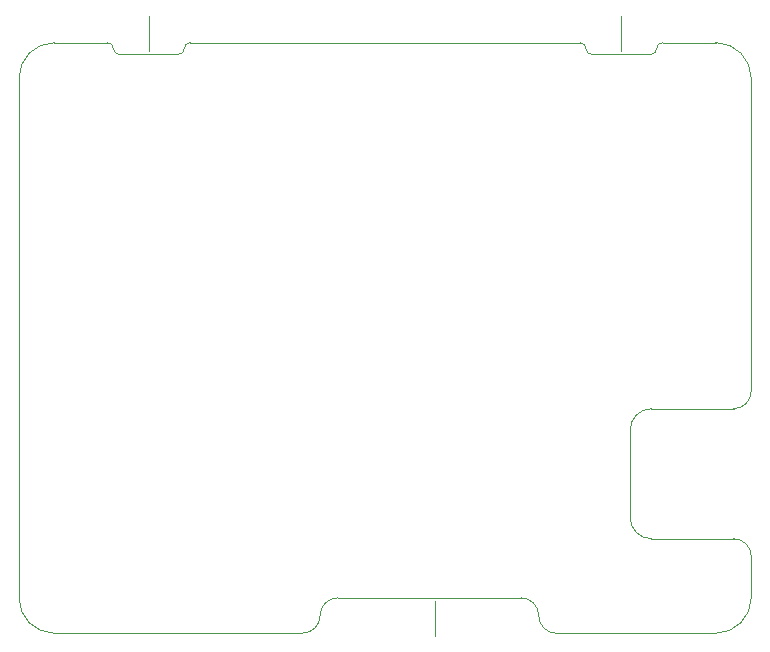
<source format=gbr>
%TF.GenerationSoftware,KiCad,Pcbnew,8.0.8+1*%
%TF.CreationDate,Date%
%TF.ProjectId,LoRa-V3-PCB,4c6f5261-2d56-4332-9d50-43422e6b6963,rev?*%
%TF.SameCoordinates,Original*%
%TF.FileFunction,Other,User*%
%FSLAX46Y46*%
G04 Gerber Fmt 4.6, Leading zero omitted, Abs format (unit mm)*
G04 Created by KiCad*
%MOMM*%
%LPD*%
G01*
G04 APERTURE LIST*
%TA.AperFunction,Profile*%
%ADD10C,0.050000*%
%TD*%
%TA.AperFunction,Profile*%
%ADD11C,0.100000*%
%TD*%
%ADD12C,0.055880*%
G04 APERTURE END LIST*
D10*
X162500000Y-73000000D02*
G75*
G02*
X162000000Y-72500000I0J500000D01*
G01*
D11*
X114000000Y-75000000D02*
X114000000Y-119000000D01*
X167550000Y-114000000D02*
X174500000Y-114000000D01*
D10*
X128500000Y-72000000D02*
X161500000Y-72000000D01*
D11*
X176000000Y-119000000D02*
G75*
G02*
X173000000Y-122000000I-3000000J0D01*
G01*
D10*
X161500000Y-72000000D02*
G75*
G02*
X162000000Y-72500000I0J-500000D01*
G01*
X122500000Y-73000000D02*
G75*
G02*
X122000000Y-72500000I0J500000D01*
G01*
X128000000Y-72500000D02*
G75*
G02*
X128500000Y-72000000I500000J0D01*
G01*
D11*
X176000000Y-115500000D02*
X176000000Y-119000000D01*
D10*
X167500000Y-73000000D02*
X162500000Y-73000000D01*
D11*
X165750000Y-104800000D02*
G75*
G02*
X167550000Y-103000000I1800000J0D01*
G01*
X139500000Y-120500000D02*
G75*
G02*
X138000000Y-122000000I-1500000J0D01*
G01*
X139500000Y-120500000D02*
G75*
G02*
X141000000Y-119000000I1500000J0D01*
G01*
D10*
X122500000Y-73000000D02*
X127500000Y-73000000D01*
X121500000Y-72000000D02*
G75*
G02*
X122000000Y-72500000I0J-500000D01*
G01*
D11*
X176000000Y-101500000D02*
G75*
G02*
X174500000Y-103000000I-1500000J0D01*
G01*
X117000000Y-122000000D02*
G75*
G02*
X114000000Y-119000000I0J3000000D01*
G01*
D10*
X128000000Y-72500000D02*
G75*
G02*
X127500000Y-73000000I-500000J0D01*
G01*
D11*
X156500000Y-119000000D02*
G75*
G02*
X158000000Y-120500000I0J-1500000D01*
G01*
X174500000Y-103000000D02*
X167550000Y-103000000D01*
X159500000Y-122000000D02*
X173000000Y-122000000D01*
X167550000Y-114000000D02*
G75*
G02*
X165750000Y-112200000I0J1800000D01*
G01*
X165750000Y-104800000D02*
X165750000Y-112200000D01*
X173000000Y-72000000D02*
G75*
G02*
X176000000Y-75000000I0J-3000000D01*
G01*
X156500000Y-119000000D02*
X141000000Y-119000000D01*
D10*
X117000000Y-72000000D02*
X121500000Y-72000000D01*
D11*
X176000000Y-75000000D02*
X176000000Y-101500000D01*
D10*
X168000000Y-72500000D02*
G75*
G02*
X167500000Y-73000000I-500000J0D01*
G01*
D11*
X114000000Y-75000000D02*
G75*
G02*
X117000000Y-72000000I3000000J0D01*
G01*
X174500000Y-114000000D02*
G75*
G02*
X176000000Y-115500000I0J-1500000D01*
G01*
X159500000Y-122000000D02*
G75*
G02*
X158000000Y-120500000I0J1500000D01*
G01*
D10*
X168500000Y-72000000D02*
X173000000Y-72000000D01*
X168000000Y-72500000D02*
G75*
G02*
X168500000Y-72000000I500000J0D01*
G01*
D11*
X117000000Y-122000000D02*
X138000000Y-122000000D01*
D12*
X125000000Y-69750000D02*
X125000000Y-72750000D01*
X165000000Y-69750000D02*
X165000000Y-72750000D01*
X149250000Y-122250000D02*
X149250000Y-119250000D01*
M02*

</source>
